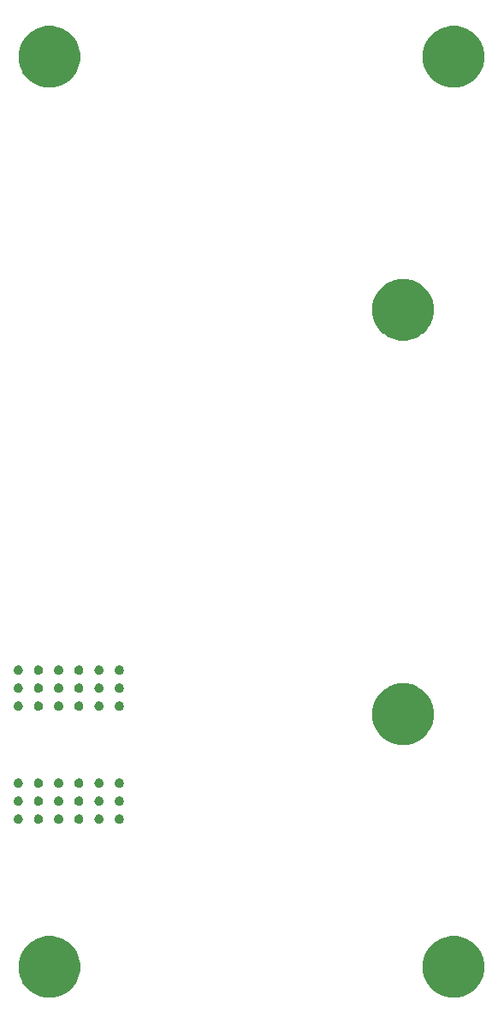
<source format=gbr>
%TF.GenerationSoftware,KiCad,Pcbnew,(5.1.4)-1*%
%TF.CreationDate,2019-12-09T14:58:40+08:00*%
%TF.ProjectId,RF_input,52465f69-6e70-4757-942e-6b696361645f,rev?*%
%TF.SameCoordinates,Original*%
%TF.FileFunction,Soldermask,Bot*%
%TF.FilePolarity,Negative*%
%FSLAX46Y46*%
G04 Gerber Fmt 4.6, Leading zero omitted, Abs format (unit mm)*
G04 Created by KiCad (PCBNEW (5.1.4)-1) date 2019-12-09 14:58:40*
%MOMM*%
%LPD*%
G04 APERTURE LIST*
%ADD10C,0.350000*%
G04 APERTURE END LIST*
D10*
G36*
X145889943Y-142066248D02*
G01*
X146445189Y-142296238D01*
X146617497Y-142411371D01*
X146944899Y-142630134D01*
X147369866Y-143055101D01*
X147369867Y-143055103D01*
X147703762Y-143554811D01*
X147933752Y-144110057D01*
X148051000Y-144699501D01*
X148051000Y-145300499D01*
X147933752Y-145889943D01*
X147703762Y-146445189D01*
X147641872Y-146537814D01*
X147369866Y-146944899D01*
X146944899Y-147369866D01*
X146870736Y-147419420D01*
X146445189Y-147703762D01*
X145889943Y-147933752D01*
X145300499Y-148051000D01*
X144699501Y-148051000D01*
X144110057Y-147933752D01*
X143554811Y-147703762D01*
X143129264Y-147419420D01*
X143055101Y-147369866D01*
X142630134Y-146944899D01*
X142358128Y-146537814D01*
X142296238Y-146445189D01*
X142066248Y-145889943D01*
X141949000Y-145300499D01*
X141949000Y-144699501D01*
X142066248Y-144110057D01*
X142296238Y-143554811D01*
X142630133Y-143055103D01*
X142630134Y-143055101D01*
X143055101Y-142630134D01*
X143382503Y-142411371D01*
X143554811Y-142296238D01*
X144110057Y-142066248D01*
X144699501Y-141949000D01*
X145300499Y-141949000D01*
X145889943Y-142066248D01*
X145889943Y-142066248D01*
G37*
G36*
X105889943Y-142066248D02*
G01*
X106445189Y-142296238D01*
X106617497Y-142411371D01*
X106944899Y-142630134D01*
X107369866Y-143055101D01*
X107369867Y-143055103D01*
X107703762Y-143554811D01*
X107933752Y-144110057D01*
X108051000Y-144699501D01*
X108051000Y-145300499D01*
X107933752Y-145889943D01*
X107703762Y-146445189D01*
X107641872Y-146537814D01*
X107369866Y-146944899D01*
X106944899Y-147369866D01*
X106870736Y-147419420D01*
X106445189Y-147703762D01*
X105889943Y-147933752D01*
X105300499Y-148051000D01*
X104699501Y-148051000D01*
X104110057Y-147933752D01*
X103554811Y-147703762D01*
X103129264Y-147419420D01*
X103055101Y-147369866D01*
X102630134Y-146944899D01*
X102358128Y-146537814D01*
X102296238Y-146445189D01*
X102066248Y-145889943D01*
X101949000Y-145300499D01*
X101949000Y-144699501D01*
X102066248Y-144110057D01*
X102296238Y-143554811D01*
X102630133Y-143055103D01*
X102630134Y-143055101D01*
X103055101Y-142630134D01*
X103382503Y-142411371D01*
X103554811Y-142296238D01*
X104110057Y-142066248D01*
X104699501Y-141949000D01*
X105300499Y-141949000D01*
X105889943Y-142066248D01*
X105889943Y-142066248D01*
G37*
G36*
X106051552Y-129932331D02*
G01*
X106133627Y-129966328D01*
X106133629Y-129966329D01*
X106170813Y-129991175D01*
X106207495Y-130015685D01*
X106270315Y-130078505D01*
X106319672Y-130152373D01*
X106353669Y-130234448D01*
X106371000Y-130321579D01*
X106371000Y-130410421D01*
X106353669Y-130497552D01*
X106319672Y-130579627D01*
X106319671Y-130579629D01*
X106270314Y-130653496D01*
X106207496Y-130716314D01*
X106133629Y-130765671D01*
X106133628Y-130765672D01*
X106133627Y-130765672D01*
X106051552Y-130799669D01*
X105964421Y-130817000D01*
X105875579Y-130817000D01*
X105788448Y-130799669D01*
X105706373Y-130765672D01*
X105706372Y-130765672D01*
X105706371Y-130765671D01*
X105632504Y-130716314D01*
X105569686Y-130653496D01*
X105520329Y-130579629D01*
X105520328Y-130579627D01*
X105486331Y-130497552D01*
X105469000Y-130410421D01*
X105469000Y-130321579D01*
X105486331Y-130234448D01*
X105520328Y-130152373D01*
X105569685Y-130078505D01*
X105632505Y-130015685D01*
X105669187Y-129991175D01*
X105706371Y-129966329D01*
X105706373Y-129966328D01*
X105788448Y-129932331D01*
X105875579Y-129915000D01*
X105964421Y-129915000D01*
X106051552Y-129932331D01*
X106051552Y-129932331D01*
G37*
G36*
X102051552Y-129932331D02*
G01*
X102133627Y-129966328D01*
X102133629Y-129966329D01*
X102170813Y-129991175D01*
X102207495Y-130015685D01*
X102270315Y-130078505D01*
X102319672Y-130152373D01*
X102353669Y-130234448D01*
X102371000Y-130321579D01*
X102371000Y-130410421D01*
X102353669Y-130497552D01*
X102319672Y-130579627D01*
X102319671Y-130579629D01*
X102270314Y-130653496D01*
X102207496Y-130716314D01*
X102133629Y-130765671D01*
X102133628Y-130765672D01*
X102133627Y-130765672D01*
X102051552Y-130799669D01*
X101964421Y-130817000D01*
X101875579Y-130817000D01*
X101788448Y-130799669D01*
X101706373Y-130765672D01*
X101706372Y-130765672D01*
X101706371Y-130765671D01*
X101632504Y-130716314D01*
X101569686Y-130653496D01*
X101520329Y-130579629D01*
X101520328Y-130579627D01*
X101486331Y-130497552D01*
X101469000Y-130410421D01*
X101469000Y-130321579D01*
X101486331Y-130234448D01*
X101520328Y-130152373D01*
X101569685Y-130078505D01*
X101632505Y-130015685D01*
X101669187Y-129991175D01*
X101706371Y-129966329D01*
X101706373Y-129966328D01*
X101788448Y-129932331D01*
X101875579Y-129915000D01*
X101964421Y-129915000D01*
X102051552Y-129932331D01*
X102051552Y-129932331D01*
G37*
G36*
X112051552Y-129932331D02*
G01*
X112133627Y-129966328D01*
X112133629Y-129966329D01*
X112170813Y-129991175D01*
X112207495Y-130015685D01*
X112270315Y-130078505D01*
X112319672Y-130152373D01*
X112353669Y-130234448D01*
X112371000Y-130321579D01*
X112371000Y-130410421D01*
X112353669Y-130497552D01*
X112319672Y-130579627D01*
X112319671Y-130579629D01*
X112270314Y-130653496D01*
X112207496Y-130716314D01*
X112133629Y-130765671D01*
X112133628Y-130765672D01*
X112133627Y-130765672D01*
X112051552Y-130799669D01*
X111964421Y-130817000D01*
X111875579Y-130817000D01*
X111788448Y-130799669D01*
X111706373Y-130765672D01*
X111706372Y-130765672D01*
X111706371Y-130765671D01*
X111632504Y-130716314D01*
X111569686Y-130653496D01*
X111520329Y-130579629D01*
X111520328Y-130579627D01*
X111486331Y-130497552D01*
X111469000Y-130410421D01*
X111469000Y-130321579D01*
X111486331Y-130234448D01*
X111520328Y-130152373D01*
X111569685Y-130078505D01*
X111632505Y-130015685D01*
X111669187Y-129991175D01*
X111706371Y-129966329D01*
X111706373Y-129966328D01*
X111788448Y-129932331D01*
X111875579Y-129915000D01*
X111964421Y-129915000D01*
X112051552Y-129932331D01*
X112051552Y-129932331D01*
G37*
G36*
X108051552Y-129932331D02*
G01*
X108133627Y-129966328D01*
X108133629Y-129966329D01*
X108170813Y-129991175D01*
X108207495Y-130015685D01*
X108270315Y-130078505D01*
X108319672Y-130152373D01*
X108353669Y-130234448D01*
X108371000Y-130321579D01*
X108371000Y-130410421D01*
X108353669Y-130497552D01*
X108319672Y-130579627D01*
X108319671Y-130579629D01*
X108270314Y-130653496D01*
X108207496Y-130716314D01*
X108133629Y-130765671D01*
X108133628Y-130765672D01*
X108133627Y-130765672D01*
X108051552Y-130799669D01*
X107964421Y-130817000D01*
X107875579Y-130817000D01*
X107788448Y-130799669D01*
X107706373Y-130765672D01*
X107706372Y-130765672D01*
X107706371Y-130765671D01*
X107632504Y-130716314D01*
X107569686Y-130653496D01*
X107520329Y-130579629D01*
X107520328Y-130579627D01*
X107486331Y-130497552D01*
X107469000Y-130410421D01*
X107469000Y-130321579D01*
X107486331Y-130234448D01*
X107520328Y-130152373D01*
X107569685Y-130078505D01*
X107632505Y-130015685D01*
X107669187Y-129991175D01*
X107706371Y-129966329D01*
X107706373Y-129966328D01*
X107788448Y-129932331D01*
X107875579Y-129915000D01*
X107964421Y-129915000D01*
X108051552Y-129932331D01*
X108051552Y-129932331D01*
G37*
G36*
X104051552Y-129932331D02*
G01*
X104133627Y-129966328D01*
X104133629Y-129966329D01*
X104170813Y-129991175D01*
X104207495Y-130015685D01*
X104270315Y-130078505D01*
X104319672Y-130152373D01*
X104353669Y-130234448D01*
X104371000Y-130321579D01*
X104371000Y-130410421D01*
X104353669Y-130497552D01*
X104319672Y-130579627D01*
X104319671Y-130579629D01*
X104270314Y-130653496D01*
X104207496Y-130716314D01*
X104133629Y-130765671D01*
X104133628Y-130765672D01*
X104133627Y-130765672D01*
X104051552Y-130799669D01*
X103964421Y-130817000D01*
X103875579Y-130817000D01*
X103788448Y-130799669D01*
X103706373Y-130765672D01*
X103706372Y-130765672D01*
X103706371Y-130765671D01*
X103632504Y-130716314D01*
X103569686Y-130653496D01*
X103520329Y-130579629D01*
X103520328Y-130579627D01*
X103486331Y-130497552D01*
X103469000Y-130410421D01*
X103469000Y-130321579D01*
X103486331Y-130234448D01*
X103520328Y-130152373D01*
X103569685Y-130078505D01*
X103632505Y-130015685D01*
X103669187Y-129991175D01*
X103706371Y-129966329D01*
X103706373Y-129966328D01*
X103788448Y-129932331D01*
X103875579Y-129915000D01*
X103964421Y-129915000D01*
X104051552Y-129932331D01*
X104051552Y-129932331D01*
G37*
G36*
X110051552Y-129932331D02*
G01*
X110133627Y-129966328D01*
X110133629Y-129966329D01*
X110170813Y-129991175D01*
X110207495Y-130015685D01*
X110270315Y-130078505D01*
X110319672Y-130152373D01*
X110353669Y-130234448D01*
X110371000Y-130321579D01*
X110371000Y-130410421D01*
X110353669Y-130497552D01*
X110319672Y-130579627D01*
X110319671Y-130579629D01*
X110270314Y-130653496D01*
X110207496Y-130716314D01*
X110133629Y-130765671D01*
X110133628Y-130765672D01*
X110133627Y-130765672D01*
X110051552Y-130799669D01*
X109964421Y-130817000D01*
X109875579Y-130817000D01*
X109788448Y-130799669D01*
X109706373Y-130765672D01*
X109706372Y-130765672D01*
X109706371Y-130765671D01*
X109632504Y-130716314D01*
X109569686Y-130653496D01*
X109520329Y-130579629D01*
X109520328Y-130579627D01*
X109486331Y-130497552D01*
X109469000Y-130410421D01*
X109469000Y-130321579D01*
X109486331Y-130234448D01*
X109520328Y-130152373D01*
X109569685Y-130078505D01*
X109632505Y-130015685D01*
X109669187Y-129991175D01*
X109706371Y-129966329D01*
X109706373Y-129966328D01*
X109788448Y-129932331D01*
X109875579Y-129915000D01*
X109964421Y-129915000D01*
X110051552Y-129932331D01*
X110051552Y-129932331D01*
G37*
G36*
X104051552Y-128154331D02*
G01*
X104133627Y-128188328D01*
X104133629Y-128188329D01*
X104170813Y-128213175D01*
X104207495Y-128237685D01*
X104270315Y-128300505D01*
X104319672Y-128374373D01*
X104353669Y-128456448D01*
X104371000Y-128543579D01*
X104371000Y-128632421D01*
X104353669Y-128719552D01*
X104319672Y-128801627D01*
X104319671Y-128801629D01*
X104270314Y-128875496D01*
X104207496Y-128938314D01*
X104133629Y-128987671D01*
X104133628Y-128987672D01*
X104133627Y-128987672D01*
X104051552Y-129021669D01*
X103964421Y-129039000D01*
X103875579Y-129039000D01*
X103788448Y-129021669D01*
X103706373Y-128987672D01*
X103706372Y-128987672D01*
X103706371Y-128987671D01*
X103632504Y-128938314D01*
X103569686Y-128875496D01*
X103520329Y-128801629D01*
X103520328Y-128801627D01*
X103486331Y-128719552D01*
X103469000Y-128632421D01*
X103469000Y-128543579D01*
X103486331Y-128456448D01*
X103520328Y-128374373D01*
X103569685Y-128300505D01*
X103632505Y-128237685D01*
X103669187Y-128213175D01*
X103706371Y-128188329D01*
X103706373Y-128188328D01*
X103788448Y-128154331D01*
X103875579Y-128137000D01*
X103964421Y-128137000D01*
X104051552Y-128154331D01*
X104051552Y-128154331D01*
G37*
G36*
X102051552Y-128154331D02*
G01*
X102133627Y-128188328D01*
X102133629Y-128188329D01*
X102170813Y-128213175D01*
X102207495Y-128237685D01*
X102270315Y-128300505D01*
X102319672Y-128374373D01*
X102353669Y-128456448D01*
X102371000Y-128543579D01*
X102371000Y-128632421D01*
X102353669Y-128719552D01*
X102319672Y-128801627D01*
X102319671Y-128801629D01*
X102270314Y-128875496D01*
X102207496Y-128938314D01*
X102133629Y-128987671D01*
X102133628Y-128987672D01*
X102133627Y-128987672D01*
X102051552Y-129021669D01*
X101964421Y-129039000D01*
X101875579Y-129039000D01*
X101788448Y-129021669D01*
X101706373Y-128987672D01*
X101706372Y-128987672D01*
X101706371Y-128987671D01*
X101632504Y-128938314D01*
X101569686Y-128875496D01*
X101520329Y-128801629D01*
X101520328Y-128801627D01*
X101486331Y-128719552D01*
X101469000Y-128632421D01*
X101469000Y-128543579D01*
X101486331Y-128456448D01*
X101520328Y-128374373D01*
X101569685Y-128300505D01*
X101632505Y-128237685D01*
X101669187Y-128213175D01*
X101706371Y-128188329D01*
X101706373Y-128188328D01*
X101788448Y-128154331D01*
X101875579Y-128137000D01*
X101964421Y-128137000D01*
X102051552Y-128154331D01*
X102051552Y-128154331D01*
G37*
G36*
X106051552Y-128154331D02*
G01*
X106133627Y-128188328D01*
X106133629Y-128188329D01*
X106170813Y-128213175D01*
X106207495Y-128237685D01*
X106270315Y-128300505D01*
X106319672Y-128374373D01*
X106353669Y-128456448D01*
X106371000Y-128543579D01*
X106371000Y-128632421D01*
X106353669Y-128719552D01*
X106319672Y-128801627D01*
X106319671Y-128801629D01*
X106270314Y-128875496D01*
X106207496Y-128938314D01*
X106133629Y-128987671D01*
X106133628Y-128987672D01*
X106133627Y-128987672D01*
X106051552Y-129021669D01*
X105964421Y-129039000D01*
X105875579Y-129039000D01*
X105788448Y-129021669D01*
X105706373Y-128987672D01*
X105706372Y-128987672D01*
X105706371Y-128987671D01*
X105632504Y-128938314D01*
X105569686Y-128875496D01*
X105520329Y-128801629D01*
X105520328Y-128801627D01*
X105486331Y-128719552D01*
X105469000Y-128632421D01*
X105469000Y-128543579D01*
X105486331Y-128456448D01*
X105520328Y-128374373D01*
X105569685Y-128300505D01*
X105632505Y-128237685D01*
X105669187Y-128213175D01*
X105706371Y-128188329D01*
X105706373Y-128188328D01*
X105788448Y-128154331D01*
X105875579Y-128137000D01*
X105964421Y-128137000D01*
X106051552Y-128154331D01*
X106051552Y-128154331D01*
G37*
G36*
X108051552Y-128154331D02*
G01*
X108133627Y-128188328D01*
X108133629Y-128188329D01*
X108170813Y-128213175D01*
X108207495Y-128237685D01*
X108270315Y-128300505D01*
X108319672Y-128374373D01*
X108353669Y-128456448D01*
X108371000Y-128543579D01*
X108371000Y-128632421D01*
X108353669Y-128719552D01*
X108319672Y-128801627D01*
X108319671Y-128801629D01*
X108270314Y-128875496D01*
X108207496Y-128938314D01*
X108133629Y-128987671D01*
X108133628Y-128987672D01*
X108133627Y-128987672D01*
X108051552Y-129021669D01*
X107964421Y-129039000D01*
X107875579Y-129039000D01*
X107788448Y-129021669D01*
X107706373Y-128987672D01*
X107706372Y-128987672D01*
X107706371Y-128987671D01*
X107632504Y-128938314D01*
X107569686Y-128875496D01*
X107520329Y-128801629D01*
X107520328Y-128801627D01*
X107486331Y-128719552D01*
X107469000Y-128632421D01*
X107469000Y-128543579D01*
X107486331Y-128456448D01*
X107520328Y-128374373D01*
X107569685Y-128300505D01*
X107632505Y-128237685D01*
X107669187Y-128213175D01*
X107706371Y-128188329D01*
X107706373Y-128188328D01*
X107788448Y-128154331D01*
X107875579Y-128137000D01*
X107964421Y-128137000D01*
X108051552Y-128154331D01*
X108051552Y-128154331D01*
G37*
G36*
X110051552Y-128154331D02*
G01*
X110133627Y-128188328D01*
X110133629Y-128188329D01*
X110170813Y-128213175D01*
X110207495Y-128237685D01*
X110270315Y-128300505D01*
X110319672Y-128374373D01*
X110353669Y-128456448D01*
X110371000Y-128543579D01*
X110371000Y-128632421D01*
X110353669Y-128719552D01*
X110319672Y-128801627D01*
X110319671Y-128801629D01*
X110270314Y-128875496D01*
X110207496Y-128938314D01*
X110133629Y-128987671D01*
X110133628Y-128987672D01*
X110133627Y-128987672D01*
X110051552Y-129021669D01*
X109964421Y-129039000D01*
X109875579Y-129039000D01*
X109788448Y-129021669D01*
X109706373Y-128987672D01*
X109706372Y-128987672D01*
X109706371Y-128987671D01*
X109632504Y-128938314D01*
X109569686Y-128875496D01*
X109520329Y-128801629D01*
X109520328Y-128801627D01*
X109486331Y-128719552D01*
X109469000Y-128632421D01*
X109469000Y-128543579D01*
X109486331Y-128456448D01*
X109520328Y-128374373D01*
X109569685Y-128300505D01*
X109632505Y-128237685D01*
X109669187Y-128213175D01*
X109706371Y-128188329D01*
X109706373Y-128188328D01*
X109788448Y-128154331D01*
X109875579Y-128137000D01*
X109964421Y-128137000D01*
X110051552Y-128154331D01*
X110051552Y-128154331D01*
G37*
G36*
X112051552Y-128154331D02*
G01*
X112133627Y-128188328D01*
X112133629Y-128188329D01*
X112170813Y-128213175D01*
X112207495Y-128237685D01*
X112270315Y-128300505D01*
X112319672Y-128374373D01*
X112353669Y-128456448D01*
X112371000Y-128543579D01*
X112371000Y-128632421D01*
X112353669Y-128719552D01*
X112319672Y-128801627D01*
X112319671Y-128801629D01*
X112270314Y-128875496D01*
X112207496Y-128938314D01*
X112133629Y-128987671D01*
X112133628Y-128987672D01*
X112133627Y-128987672D01*
X112051552Y-129021669D01*
X111964421Y-129039000D01*
X111875579Y-129039000D01*
X111788448Y-129021669D01*
X111706373Y-128987672D01*
X111706372Y-128987672D01*
X111706371Y-128987671D01*
X111632504Y-128938314D01*
X111569686Y-128875496D01*
X111520329Y-128801629D01*
X111520328Y-128801627D01*
X111486331Y-128719552D01*
X111469000Y-128632421D01*
X111469000Y-128543579D01*
X111486331Y-128456448D01*
X111520328Y-128374373D01*
X111569685Y-128300505D01*
X111632505Y-128237685D01*
X111669187Y-128213175D01*
X111706371Y-128188329D01*
X111706373Y-128188328D01*
X111788448Y-128154331D01*
X111875579Y-128137000D01*
X111964421Y-128137000D01*
X112051552Y-128154331D01*
X112051552Y-128154331D01*
G37*
G36*
X102051552Y-126376331D02*
G01*
X102133627Y-126410328D01*
X102133629Y-126410329D01*
X102170813Y-126435175D01*
X102207495Y-126459685D01*
X102270315Y-126522505D01*
X102319672Y-126596373D01*
X102353669Y-126678448D01*
X102371000Y-126765579D01*
X102371000Y-126854421D01*
X102353669Y-126941552D01*
X102319672Y-127023627D01*
X102319671Y-127023629D01*
X102270314Y-127097496D01*
X102207496Y-127160314D01*
X102133629Y-127209671D01*
X102133628Y-127209672D01*
X102133627Y-127209672D01*
X102051552Y-127243669D01*
X101964421Y-127261000D01*
X101875579Y-127261000D01*
X101788448Y-127243669D01*
X101706373Y-127209672D01*
X101706372Y-127209672D01*
X101706371Y-127209671D01*
X101632504Y-127160314D01*
X101569686Y-127097496D01*
X101520329Y-127023629D01*
X101520328Y-127023627D01*
X101486331Y-126941552D01*
X101469000Y-126854421D01*
X101469000Y-126765579D01*
X101486331Y-126678448D01*
X101520328Y-126596373D01*
X101569685Y-126522505D01*
X101632505Y-126459685D01*
X101669187Y-126435175D01*
X101706371Y-126410329D01*
X101706373Y-126410328D01*
X101788448Y-126376331D01*
X101875579Y-126359000D01*
X101964421Y-126359000D01*
X102051552Y-126376331D01*
X102051552Y-126376331D01*
G37*
G36*
X104051552Y-126376331D02*
G01*
X104133627Y-126410328D01*
X104133629Y-126410329D01*
X104170813Y-126435175D01*
X104207495Y-126459685D01*
X104270315Y-126522505D01*
X104319672Y-126596373D01*
X104353669Y-126678448D01*
X104371000Y-126765579D01*
X104371000Y-126854421D01*
X104353669Y-126941552D01*
X104319672Y-127023627D01*
X104319671Y-127023629D01*
X104270314Y-127097496D01*
X104207496Y-127160314D01*
X104133629Y-127209671D01*
X104133628Y-127209672D01*
X104133627Y-127209672D01*
X104051552Y-127243669D01*
X103964421Y-127261000D01*
X103875579Y-127261000D01*
X103788448Y-127243669D01*
X103706373Y-127209672D01*
X103706372Y-127209672D01*
X103706371Y-127209671D01*
X103632504Y-127160314D01*
X103569686Y-127097496D01*
X103520329Y-127023629D01*
X103520328Y-127023627D01*
X103486331Y-126941552D01*
X103469000Y-126854421D01*
X103469000Y-126765579D01*
X103486331Y-126678448D01*
X103520328Y-126596373D01*
X103569685Y-126522505D01*
X103632505Y-126459685D01*
X103669187Y-126435175D01*
X103706371Y-126410329D01*
X103706373Y-126410328D01*
X103788448Y-126376331D01*
X103875579Y-126359000D01*
X103964421Y-126359000D01*
X104051552Y-126376331D01*
X104051552Y-126376331D01*
G37*
G36*
X110051552Y-126376331D02*
G01*
X110133627Y-126410328D01*
X110133629Y-126410329D01*
X110170813Y-126435175D01*
X110207495Y-126459685D01*
X110270315Y-126522505D01*
X110319672Y-126596373D01*
X110353669Y-126678448D01*
X110371000Y-126765579D01*
X110371000Y-126854421D01*
X110353669Y-126941552D01*
X110319672Y-127023627D01*
X110319671Y-127023629D01*
X110270314Y-127097496D01*
X110207496Y-127160314D01*
X110133629Y-127209671D01*
X110133628Y-127209672D01*
X110133627Y-127209672D01*
X110051552Y-127243669D01*
X109964421Y-127261000D01*
X109875579Y-127261000D01*
X109788448Y-127243669D01*
X109706373Y-127209672D01*
X109706372Y-127209672D01*
X109706371Y-127209671D01*
X109632504Y-127160314D01*
X109569686Y-127097496D01*
X109520329Y-127023629D01*
X109520328Y-127023627D01*
X109486331Y-126941552D01*
X109469000Y-126854421D01*
X109469000Y-126765579D01*
X109486331Y-126678448D01*
X109520328Y-126596373D01*
X109569685Y-126522505D01*
X109632505Y-126459685D01*
X109669187Y-126435175D01*
X109706371Y-126410329D01*
X109706373Y-126410328D01*
X109788448Y-126376331D01*
X109875579Y-126359000D01*
X109964421Y-126359000D01*
X110051552Y-126376331D01*
X110051552Y-126376331D01*
G37*
G36*
X108051552Y-126376331D02*
G01*
X108133627Y-126410328D01*
X108133629Y-126410329D01*
X108170813Y-126435175D01*
X108207495Y-126459685D01*
X108270315Y-126522505D01*
X108319672Y-126596373D01*
X108353669Y-126678448D01*
X108371000Y-126765579D01*
X108371000Y-126854421D01*
X108353669Y-126941552D01*
X108319672Y-127023627D01*
X108319671Y-127023629D01*
X108270314Y-127097496D01*
X108207496Y-127160314D01*
X108133629Y-127209671D01*
X108133628Y-127209672D01*
X108133627Y-127209672D01*
X108051552Y-127243669D01*
X107964421Y-127261000D01*
X107875579Y-127261000D01*
X107788448Y-127243669D01*
X107706373Y-127209672D01*
X107706372Y-127209672D01*
X107706371Y-127209671D01*
X107632504Y-127160314D01*
X107569686Y-127097496D01*
X107520329Y-127023629D01*
X107520328Y-127023627D01*
X107486331Y-126941552D01*
X107469000Y-126854421D01*
X107469000Y-126765579D01*
X107486331Y-126678448D01*
X107520328Y-126596373D01*
X107569685Y-126522505D01*
X107632505Y-126459685D01*
X107669187Y-126435175D01*
X107706371Y-126410329D01*
X107706373Y-126410328D01*
X107788448Y-126376331D01*
X107875579Y-126359000D01*
X107964421Y-126359000D01*
X108051552Y-126376331D01*
X108051552Y-126376331D01*
G37*
G36*
X112051552Y-126376331D02*
G01*
X112133627Y-126410328D01*
X112133629Y-126410329D01*
X112170813Y-126435175D01*
X112207495Y-126459685D01*
X112270315Y-126522505D01*
X112319672Y-126596373D01*
X112353669Y-126678448D01*
X112371000Y-126765579D01*
X112371000Y-126854421D01*
X112353669Y-126941552D01*
X112319672Y-127023627D01*
X112319671Y-127023629D01*
X112270314Y-127097496D01*
X112207496Y-127160314D01*
X112133629Y-127209671D01*
X112133628Y-127209672D01*
X112133627Y-127209672D01*
X112051552Y-127243669D01*
X111964421Y-127261000D01*
X111875579Y-127261000D01*
X111788448Y-127243669D01*
X111706373Y-127209672D01*
X111706372Y-127209672D01*
X111706371Y-127209671D01*
X111632504Y-127160314D01*
X111569686Y-127097496D01*
X111520329Y-127023629D01*
X111520328Y-127023627D01*
X111486331Y-126941552D01*
X111469000Y-126854421D01*
X111469000Y-126765579D01*
X111486331Y-126678448D01*
X111520328Y-126596373D01*
X111569685Y-126522505D01*
X111632505Y-126459685D01*
X111669187Y-126435175D01*
X111706371Y-126410329D01*
X111706373Y-126410328D01*
X111788448Y-126376331D01*
X111875579Y-126359000D01*
X111964421Y-126359000D01*
X112051552Y-126376331D01*
X112051552Y-126376331D01*
G37*
G36*
X106051552Y-126376331D02*
G01*
X106133627Y-126410328D01*
X106133629Y-126410329D01*
X106170813Y-126435175D01*
X106207495Y-126459685D01*
X106270315Y-126522505D01*
X106319672Y-126596373D01*
X106353669Y-126678448D01*
X106371000Y-126765579D01*
X106371000Y-126854421D01*
X106353669Y-126941552D01*
X106319672Y-127023627D01*
X106319671Y-127023629D01*
X106270314Y-127097496D01*
X106207496Y-127160314D01*
X106133629Y-127209671D01*
X106133628Y-127209672D01*
X106133627Y-127209672D01*
X106051552Y-127243669D01*
X105964421Y-127261000D01*
X105875579Y-127261000D01*
X105788448Y-127243669D01*
X105706373Y-127209672D01*
X105706372Y-127209672D01*
X105706371Y-127209671D01*
X105632504Y-127160314D01*
X105569686Y-127097496D01*
X105520329Y-127023629D01*
X105520328Y-127023627D01*
X105486331Y-126941552D01*
X105469000Y-126854421D01*
X105469000Y-126765579D01*
X105486331Y-126678448D01*
X105520328Y-126596373D01*
X105569685Y-126522505D01*
X105632505Y-126459685D01*
X105669187Y-126435175D01*
X105706371Y-126410329D01*
X105706373Y-126410328D01*
X105788448Y-126376331D01*
X105875579Y-126359000D01*
X105964421Y-126359000D01*
X106051552Y-126376331D01*
X106051552Y-126376331D01*
G37*
G36*
X140889943Y-117066248D02*
G01*
X141445189Y-117296238D01*
X141617497Y-117411371D01*
X141944899Y-117630134D01*
X142369866Y-118055101D01*
X142369867Y-118055103D01*
X142703762Y-118554811D01*
X142933752Y-119110057D01*
X143051000Y-119699501D01*
X143051000Y-120300499D01*
X142933752Y-120889943D01*
X142703762Y-121445189D01*
X142641872Y-121537814D01*
X142369866Y-121944899D01*
X141944899Y-122369866D01*
X141870736Y-122419420D01*
X141445189Y-122703762D01*
X140889943Y-122933752D01*
X140300499Y-123051000D01*
X139699501Y-123051000D01*
X139110057Y-122933752D01*
X138554811Y-122703762D01*
X138129264Y-122419420D01*
X138055101Y-122369866D01*
X137630134Y-121944899D01*
X137358128Y-121537814D01*
X137296238Y-121445189D01*
X137066248Y-120889943D01*
X136949000Y-120300499D01*
X136949000Y-119699501D01*
X137066248Y-119110057D01*
X137296238Y-118554811D01*
X137630133Y-118055103D01*
X137630134Y-118055101D01*
X138055101Y-117630134D01*
X138382503Y-117411371D01*
X138554811Y-117296238D01*
X139110057Y-117066248D01*
X139699501Y-116949000D01*
X140300499Y-116949000D01*
X140889943Y-117066248D01*
X140889943Y-117066248D01*
G37*
G36*
X112051552Y-118756331D02*
G01*
X112133627Y-118790328D01*
X112133629Y-118790329D01*
X112170813Y-118815175D01*
X112207495Y-118839685D01*
X112270315Y-118902505D01*
X112319672Y-118976373D01*
X112353669Y-119058448D01*
X112371000Y-119145579D01*
X112371000Y-119234421D01*
X112353669Y-119321552D01*
X112319672Y-119403627D01*
X112319671Y-119403629D01*
X112270314Y-119477496D01*
X112207496Y-119540314D01*
X112133629Y-119589671D01*
X112133628Y-119589672D01*
X112133627Y-119589672D01*
X112051552Y-119623669D01*
X111964421Y-119641000D01*
X111875579Y-119641000D01*
X111788448Y-119623669D01*
X111706373Y-119589672D01*
X111706372Y-119589672D01*
X111706371Y-119589671D01*
X111632504Y-119540314D01*
X111569686Y-119477496D01*
X111520329Y-119403629D01*
X111520328Y-119403627D01*
X111486331Y-119321552D01*
X111469000Y-119234421D01*
X111469000Y-119145579D01*
X111486331Y-119058448D01*
X111520328Y-118976373D01*
X111569685Y-118902505D01*
X111632505Y-118839685D01*
X111669187Y-118815175D01*
X111706371Y-118790329D01*
X111706373Y-118790328D01*
X111788448Y-118756331D01*
X111875579Y-118739000D01*
X111964421Y-118739000D01*
X112051552Y-118756331D01*
X112051552Y-118756331D01*
G37*
G36*
X102051552Y-118756331D02*
G01*
X102133627Y-118790328D01*
X102133629Y-118790329D01*
X102170813Y-118815175D01*
X102207495Y-118839685D01*
X102270315Y-118902505D01*
X102319672Y-118976373D01*
X102353669Y-119058448D01*
X102371000Y-119145579D01*
X102371000Y-119234421D01*
X102353669Y-119321552D01*
X102319672Y-119403627D01*
X102319671Y-119403629D01*
X102270314Y-119477496D01*
X102207496Y-119540314D01*
X102133629Y-119589671D01*
X102133628Y-119589672D01*
X102133627Y-119589672D01*
X102051552Y-119623669D01*
X101964421Y-119641000D01*
X101875579Y-119641000D01*
X101788448Y-119623669D01*
X101706373Y-119589672D01*
X101706372Y-119589672D01*
X101706371Y-119589671D01*
X101632504Y-119540314D01*
X101569686Y-119477496D01*
X101520329Y-119403629D01*
X101520328Y-119403627D01*
X101486331Y-119321552D01*
X101469000Y-119234421D01*
X101469000Y-119145579D01*
X101486331Y-119058448D01*
X101520328Y-118976373D01*
X101569685Y-118902505D01*
X101632505Y-118839685D01*
X101669187Y-118815175D01*
X101706371Y-118790329D01*
X101706373Y-118790328D01*
X101788448Y-118756331D01*
X101875579Y-118739000D01*
X101964421Y-118739000D01*
X102051552Y-118756331D01*
X102051552Y-118756331D01*
G37*
G36*
X108051552Y-118756331D02*
G01*
X108133627Y-118790328D01*
X108133629Y-118790329D01*
X108170813Y-118815175D01*
X108207495Y-118839685D01*
X108270315Y-118902505D01*
X108319672Y-118976373D01*
X108353669Y-119058448D01*
X108371000Y-119145579D01*
X108371000Y-119234421D01*
X108353669Y-119321552D01*
X108319672Y-119403627D01*
X108319671Y-119403629D01*
X108270314Y-119477496D01*
X108207496Y-119540314D01*
X108133629Y-119589671D01*
X108133628Y-119589672D01*
X108133627Y-119589672D01*
X108051552Y-119623669D01*
X107964421Y-119641000D01*
X107875579Y-119641000D01*
X107788448Y-119623669D01*
X107706373Y-119589672D01*
X107706372Y-119589672D01*
X107706371Y-119589671D01*
X107632504Y-119540314D01*
X107569686Y-119477496D01*
X107520329Y-119403629D01*
X107520328Y-119403627D01*
X107486331Y-119321552D01*
X107469000Y-119234421D01*
X107469000Y-119145579D01*
X107486331Y-119058448D01*
X107520328Y-118976373D01*
X107569685Y-118902505D01*
X107632505Y-118839685D01*
X107669187Y-118815175D01*
X107706371Y-118790329D01*
X107706373Y-118790328D01*
X107788448Y-118756331D01*
X107875579Y-118739000D01*
X107964421Y-118739000D01*
X108051552Y-118756331D01*
X108051552Y-118756331D01*
G37*
G36*
X106051552Y-118756331D02*
G01*
X106133627Y-118790328D01*
X106133629Y-118790329D01*
X106170813Y-118815175D01*
X106207495Y-118839685D01*
X106270315Y-118902505D01*
X106319672Y-118976373D01*
X106353669Y-119058448D01*
X106371000Y-119145579D01*
X106371000Y-119234421D01*
X106353669Y-119321552D01*
X106319672Y-119403627D01*
X106319671Y-119403629D01*
X106270314Y-119477496D01*
X106207496Y-119540314D01*
X106133629Y-119589671D01*
X106133628Y-119589672D01*
X106133627Y-119589672D01*
X106051552Y-119623669D01*
X105964421Y-119641000D01*
X105875579Y-119641000D01*
X105788448Y-119623669D01*
X105706373Y-119589672D01*
X105706372Y-119589672D01*
X105706371Y-119589671D01*
X105632504Y-119540314D01*
X105569686Y-119477496D01*
X105520329Y-119403629D01*
X105520328Y-119403627D01*
X105486331Y-119321552D01*
X105469000Y-119234421D01*
X105469000Y-119145579D01*
X105486331Y-119058448D01*
X105520328Y-118976373D01*
X105569685Y-118902505D01*
X105632505Y-118839685D01*
X105669187Y-118815175D01*
X105706371Y-118790329D01*
X105706373Y-118790328D01*
X105788448Y-118756331D01*
X105875579Y-118739000D01*
X105964421Y-118739000D01*
X106051552Y-118756331D01*
X106051552Y-118756331D01*
G37*
G36*
X110051552Y-118756331D02*
G01*
X110133627Y-118790328D01*
X110133629Y-118790329D01*
X110170813Y-118815175D01*
X110207495Y-118839685D01*
X110270315Y-118902505D01*
X110319672Y-118976373D01*
X110353669Y-119058448D01*
X110371000Y-119145579D01*
X110371000Y-119234421D01*
X110353669Y-119321552D01*
X110319672Y-119403627D01*
X110319671Y-119403629D01*
X110270314Y-119477496D01*
X110207496Y-119540314D01*
X110133629Y-119589671D01*
X110133628Y-119589672D01*
X110133627Y-119589672D01*
X110051552Y-119623669D01*
X109964421Y-119641000D01*
X109875579Y-119641000D01*
X109788448Y-119623669D01*
X109706373Y-119589672D01*
X109706372Y-119589672D01*
X109706371Y-119589671D01*
X109632504Y-119540314D01*
X109569686Y-119477496D01*
X109520329Y-119403629D01*
X109520328Y-119403627D01*
X109486331Y-119321552D01*
X109469000Y-119234421D01*
X109469000Y-119145579D01*
X109486331Y-119058448D01*
X109520328Y-118976373D01*
X109569685Y-118902505D01*
X109632505Y-118839685D01*
X109669187Y-118815175D01*
X109706371Y-118790329D01*
X109706373Y-118790328D01*
X109788448Y-118756331D01*
X109875579Y-118739000D01*
X109964421Y-118739000D01*
X110051552Y-118756331D01*
X110051552Y-118756331D01*
G37*
G36*
X104051552Y-118756331D02*
G01*
X104133627Y-118790328D01*
X104133629Y-118790329D01*
X104170813Y-118815175D01*
X104207495Y-118839685D01*
X104270315Y-118902505D01*
X104319672Y-118976373D01*
X104353669Y-119058448D01*
X104371000Y-119145579D01*
X104371000Y-119234421D01*
X104353669Y-119321552D01*
X104319672Y-119403627D01*
X104319671Y-119403629D01*
X104270314Y-119477496D01*
X104207496Y-119540314D01*
X104133629Y-119589671D01*
X104133628Y-119589672D01*
X104133627Y-119589672D01*
X104051552Y-119623669D01*
X103964421Y-119641000D01*
X103875579Y-119641000D01*
X103788448Y-119623669D01*
X103706373Y-119589672D01*
X103706372Y-119589672D01*
X103706371Y-119589671D01*
X103632504Y-119540314D01*
X103569686Y-119477496D01*
X103520329Y-119403629D01*
X103520328Y-119403627D01*
X103486331Y-119321552D01*
X103469000Y-119234421D01*
X103469000Y-119145579D01*
X103486331Y-119058448D01*
X103520328Y-118976373D01*
X103569685Y-118902505D01*
X103632505Y-118839685D01*
X103669187Y-118815175D01*
X103706371Y-118790329D01*
X103706373Y-118790328D01*
X103788448Y-118756331D01*
X103875579Y-118739000D01*
X103964421Y-118739000D01*
X104051552Y-118756331D01*
X104051552Y-118756331D01*
G37*
G36*
X104051552Y-116978331D02*
G01*
X104133627Y-117012328D01*
X104133629Y-117012329D01*
X104207496Y-117061686D01*
X104270314Y-117124504D01*
X104314968Y-117191332D01*
X104319672Y-117198373D01*
X104353669Y-117280448D01*
X104371000Y-117367579D01*
X104371000Y-117456421D01*
X104353669Y-117543552D01*
X104338331Y-117580580D01*
X104319671Y-117625629D01*
X104270314Y-117699496D01*
X104207496Y-117762314D01*
X104133629Y-117811671D01*
X104133628Y-117811672D01*
X104133627Y-117811672D01*
X104051552Y-117845669D01*
X103964421Y-117863000D01*
X103875579Y-117863000D01*
X103788448Y-117845669D01*
X103706373Y-117811672D01*
X103706372Y-117811672D01*
X103706371Y-117811671D01*
X103632504Y-117762314D01*
X103569686Y-117699496D01*
X103520329Y-117625629D01*
X103501669Y-117580580D01*
X103486331Y-117543552D01*
X103469000Y-117456421D01*
X103469000Y-117367579D01*
X103486331Y-117280448D01*
X103520328Y-117198373D01*
X103525033Y-117191332D01*
X103569686Y-117124504D01*
X103632504Y-117061686D01*
X103706371Y-117012329D01*
X103706373Y-117012328D01*
X103788448Y-116978331D01*
X103875579Y-116961000D01*
X103964421Y-116961000D01*
X104051552Y-116978331D01*
X104051552Y-116978331D01*
G37*
G36*
X112051552Y-116978331D02*
G01*
X112133627Y-117012328D01*
X112133629Y-117012329D01*
X112207496Y-117061686D01*
X112270314Y-117124504D01*
X112314968Y-117191332D01*
X112319672Y-117198373D01*
X112353669Y-117280448D01*
X112371000Y-117367579D01*
X112371000Y-117456421D01*
X112353669Y-117543552D01*
X112338331Y-117580580D01*
X112319671Y-117625629D01*
X112270314Y-117699496D01*
X112207496Y-117762314D01*
X112133629Y-117811671D01*
X112133628Y-117811672D01*
X112133627Y-117811672D01*
X112051552Y-117845669D01*
X111964421Y-117863000D01*
X111875579Y-117863000D01*
X111788448Y-117845669D01*
X111706373Y-117811672D01*
X111706372Y-117811672D01*
X111706371Y-117811671D01*
X111632504Y-117762314D01*
X111569686Y-117699496D01*
X111520329Y-117625629D01*
X111501669Y-117580580D01*
X111486331Y-117543552D01*
X111469000Y-117456421D01*
X111469000Y-117367579D01*
X111486331Y-117280448D01*
X111520328Y-117198373D01*
X111525033Y-117191332D01*
X111569686Y-117124504D01*
X111632504Y-117061686D01*
X111706371Y-117012329D01*
X111706373Y-117012328D01*
X111788448Y-116978331D01*
X111875579Y-116961000D01*
X111964421Y-116961000D01*
X112051552Y-116978331D01*
X112051552Y-116978331D01*
G37*
G36*
X106051552Y-116978331D02*
G01*
X106133627Y-117012328D01*
X106133629Y-117012329D01*
X106207496Y-117061686D01*
X106270314Y-117124504D01*
X106314968Y-117191332D01*
X106319672Y-117198373D01*
X106353669Y-117280448D01*
X106371000Y-117367579D01*
X106371000Y-117456421D01*
X106353669Y-117543552D01*
X106338331Y-117580580D01*
X106319671Y-117625629D01*
X106270314Y-117699496D01*
X106207496Y-117762314D01*
X106133629Y-117811671D01*
X106133628Y-117811672D01*
X106133627Y-117811672D01*
X106051552Y-117845669D01*
X105964421Y-117863000D01*
X105875579Y-117863000D01*
X105788448Y-117845669D01*
X105706373Y-117811672D01*
X105706372Y-117811672D01*
X105706371Y-117811671D01*
X105632504Y-117762314D01*
X105569686Y-117699496D01*
X105520329Y-117625629D01*
X105501669Y-117580580D01*
X105486331Y-117543552D01*
X105469000Y-117456421D01*
X105469000Y-117367579D01*
X105486331Y-117280448D01*
X105520328Y-117198373D01*
X105525033Y-117191332D01*
X105569686Y-117124504D01*
X105632504Y-117061686D01*
X105706371Y-117012329D01*
X105706373Y-117012328D01*
X105788448Y-116978331D01*
X105875579Y-116961000D01*
X105964421Y-116961000D01*
X106051552Y-116978331D01*
X106051552Y-116978331D01*
G37*
G36*
X110051552Y-116978331D02*
G01*
X110133627Y-117012328D01*
X110133629Y-117012329D01*
X110207496Y-117061686D01*
X110270314Y-117124504D01*
X110314968Y-117191332D01*
X110319672Y-117198373D01*
X110353669Y-117280448D01*
X110371000Y-117367579D01*
X110371000Y-117456421D01*
X110353669Y-117543552D01*
X110338331Y-117580580D01*
X110319671Y-117625629D01*
X110270314Y-117699496D01*
X110207496Y-117762314D01*
X110133629Y-117811671D01*
X110133628Y-117811672D01*
X110133627Y-117811672D01*
X110051552Y-117845669D01*
X109964421Y-117863000D01*
X109875579Y-117863000D01*
X109788448Y-117845669D01*
X109706373Y-117811672D01*
X109706372Y-117811672D01*
X109706371Y-117811671D01*
X109632504Y-117762314D01*
X109569686Y-117699496D01*
X109520329Y-117625629D01*
X109501669Y-117580580D01*
X109486331Y-117543552D01*
X109469000Y-117456421D01*
X109469000Y-117367579D01*
X109486331Y-117280448D01*
X109520328Y-117198373D01*
X109525033Y-117191332D01*
X109569686Y-117124504D01*
X109632504Y-117061686D01*
X109706371Y-117012329D01*
X109706373Y-117012328D01*
X109788448Y-116978331D01*
X109875579Y-116961000D01*
X109964421Y-116961000D01*
X110051552Y-116978331D01*
X110051552Y-116978331D01*
G37*
G36*
X102051552Y-116978331D02*
G01*
X102133627Y-117012328D01*
X102133629Y-117012329D01*
X102207496Y-117061686D01*
X102270314Y-117124504D01*
X102314968Y-117191332D01*
X102319672Y-117198373D01*
X102353669Y-117280448D01*
X102371000Y-117367579D01*
X102371000Y-117456421D01*
X102353669Y-117543552D01*
X102338331Y-117580580D01*
X102319671Y-117625629D01*
X102270314Y-117699496D01*
X102207496Y-117762314D01*
X102133629Y-117811671D01*
X102133628Y-117811672D01*
X102133627Y-117811672D01*
X102051552Y-117845669D01*
X101964421Y-117863000D01*
X101875579Y-117863000D01*
X101788448Y-117845669D01*
X101706373Y-117811672D01*
X101706372Y-117811672D01*
X101706371Y-117811671D01*
X101632504Y-117762314D01*
X101569686Y-117699496D01*
X101520329Y-117625629D01*
X101501669Y-117580580D01*
X101486331Y-117543552D01*
X101469000Y-117456421D01*
X101469000Y-117367579D01*
X101486331Y-117280448D01*
X101520328Y-117198373D01*
X101525033Y-117191332D01*
X101569686Y-117124504D01*
X101632504Y-117061686D01*
X101706371Y-117012329D01*
X101706373Y-117012328D01*
X101788448Y-116978331D01*
X101875579Y-116961000D01*
X101964421Y-116961000D01*
X102051552Y-116978331D01*
X102051552Y-116978331D01*
G37*
G36*
X108051552Y-116978331D02*
G01*
X108133627Y-117012328D01*
X108133629Y-117012329D01*
X108207496Y-117061686D01*
X108270314Y-117124504D01*
X108314968Y-117191332D01*
X108319672Y-117198373D01*
X108353669Y-117280448D01*
X108371000Y-117367579D01*
X108371000Y-117456421D01*
X108353669Y-117543552D01*
X108338331Y-117580580D01*
X108319671Y-117625629D01*
X108270314Y-117699496D01*
X108207496Y-117762314D01*
X108133629Y-117811671D01*
X108133628Y-117811672D01*
X108133627Y-117811672D01*
X108051552Y-117845669D01*
X107964421Y-117863000D01*
X107875579Y-117863000D01*
X107788448Y-117845669D01*
X107706373Y-117811672D01*
X107706372Y-117811672D01*
X107706371Y-117811671D01*
X107632504Y-117762314D01*
X107569686Y-117699496D01*
X107520329Y-117625629D01*
X107501669Y-117580580D01*
X107486331Y-117543552D01*
X107469000Y-117456421D01*
X107469000Y-117367579D01*
X107486331Y-117280448D01*
X107520328Y-117198373D01*
X107525033Y-117191332D01*
X107569686Y-117124504D01*
X107632504Y-117061686D01*
X107706371Y-117012329D01*
X107706373Y-117012328D01*
X107788448Y-116978331D01*
X107875579Y-116961000D01*
X107964421Y-116961000D01*
X108051552Y-116978331D01*
X108051552Y-116978331D01*
G37*
G36*
X112051552Y-115200331D02*
G01*
X112133627Y-115234328D01*
X112133629Y-115234329D01*
X112170813Y-115259175D01*
X112207495Y-115283685D01*
X112270315Y-115346505D01*
X112319672Y-115420373D01*
X112353669Y-115502448D01*
X112371000Y-115589579D01*
X112371000Y-115678421D01*
X112353669Y-115765552D01*
X112319672Y-115847627D01*
X112319671Y-115847629D01*
X112270314Y-115921496D01*
X112207496Y-115984314D01*
X112133629Y-116033671D01*
X112133628Y-116033672D01*
X112133627Y-116033672D01*
X112051552Y-116067669D01*
X111964421Y-116085000D01*
X111875579Y-116085000D01*
X111788448Y-116067669D01*
X111706373Y-116033672D01*
X111706372Y-116033672D01*
X111706371Y-116033671D01*
X111632504Y-115984314D01*
X111569686Y-115921496D01*
X111520329Y-115847629D01*
X111520328Y-115847627D01*
X111486331Y-115765552D01*
X111469000Y-115678421D01*
X111469000Y-115589579D01*
X111486331Y-115502448D01*
X111520328Y-115420373D01*
X111569685Y-115346505D01*
X111632505Y-115283685D01*
X111669187Y-115259175D01*
X111706371Y-115234329D01*
X111706373Y-115234328D01*
X111788448Y-115200331D01*
X111875579Y-115183000D01*
X111964421Y-115183000D01*
X112051552Y-115200331D01*
X112051552Y-115200331D01*
G37*
G36*
X102051552Y-115200331D02*
G01*
X102133627Y-115234328D01*
X102133629Y-115234329D01*
X102170813Y-115259175D01*
X102207495Y-115283685D01*
X102270315Y-115346505D01*
X102319672Y-115420373D01*
X102353669Y-115502448D01*
X102371000Y-115589579D01*
X102371000Y-115678421D01*
X102353669Y-115765552D01*
X102319672Y-115847627D01*
X102319671Y-115847629D01*
X102270314Y-115921496D01*
X102207496Y-115984314D01*
X102133629Y-116033671D01*
X102133628Y-116033672D01*
X102133627Y-116033672D01*
X102051552Y-116067669D01*
X101964421Y-116085000D01*
X101875579Y-116085000D01*
X101788448Y-116067669D01*
X101706373Y-116033672D01*
X101706372Y-116033672D01*
X101706371Y-116033671D01*
X101632504Y-115984314D01*
X101569686Y-115921496D01*
X101520329Y-115847629D01*
X101520328Y-115847627D01*
X101486331Y-115765552D01*
X101469000Y-115678421D01*
X101469000Y-115589579D01*
X101486331Y-115502448D01*
X101520328Y-115420373D01*
X101569685Y-115346505D01*
X101632505Y-115283685D01*
X101669187Y-115259175D01*
X101706371Y-115234329D01*
X101706373Y-115234328D01*
X101788448Y-115200331D01*
X101875579Y-115183000D01*
X101964421Y-115183000D01*
X102051552Y-115200331D01*
X102051552Y-115200331D01*
G37*
G36*
X104051552Y-115200331D02*
G01*
X104133627Y-115234328D01*
X104133629Y-115234329D01*
X104170813Y-115259175D01*
X104207495Y-115283685D01*
X104270315Y-115346505D01*
X104319672Y-115420373D01*
X104353669Y-115502448D01*
X104371000Y-115589579D01*
X104371000Y-115678421D01*
X104353669Y-115765552D01*
X104319672Y-115847627D01*
X104319671Y-115847629D01*
X104270314Y-115921496D01*
X104207496Y-115984314D01*
X104133629Y-116033671D01*
X104133628Y-116033672D01*
X104133627Y-116033672D01*
X104051552Y-116067669D01*
X103964421Y-116085000D01*
X103875579Y-116085000D01*
X103788448Y-116067669D01*
X103706373Y-116033672D01*
X103706372Y-116033672D01*
X103706371Y-116033671D01*
X103632504Y-115984314D01*
X103569686Y-115921496D01*
X103520329Y-115847629D01*
X103520328Y-115847627D01*
X103486331Y-115765552D01*
X103469000Y-115678421D01*
X103469000Y-115589579D01*
X103486331Y-115502448D01*
X103520328Y-115420373D01*
X103569685Y-115346505D01*
X103632505Y-115283685D01*
X103669187Y-115259175D01*
X103706371Y-115234329D01*
X103706373Y-115234328D01*
X103788448Y-115200331D01*
X103875579Y-115183000D01*
X103964421Y-115183000D01*
X104051552Y-115200331D01*
X104051552Y-115200331D01*
G37*
G36*
X106051552Y-115200331D02*
G01*
X106133627Y-115234328D01*
X106133629Y-115234329D01*
X106170813Y-115259175D01*
X106207495Y-115283685D01*
X106270315Y-115346505D01*
X106319672Y-115420373D01*
X106353669Y-115502448D01*
X106371000Y-115589579D01*
X106371000Y-115678421D01*
X106353669Y-115765552D01*
X106319672Y-115847627D01*
X106319671Y-115847629D01*
X106270314Y-115921496D01*
X106207496Y-115984314D01*
X106133629Y-116033671D01*
X106133628Y-116033672D01*
X106133627Y-116033672D01*
X106051552Y-116067669D01*
X105964421Y-116085000D01*
X105875579Y-116085000D01*
X105788448Y-116067669D01*
X105706373Y-116033672D01*
X105706372Y-116033672D01*
X105706371Y-116033671D01*
X105632504Y-115984314D01*
X105569686Y-115921496D01*
X105520329Y-115847629D01*
X105520328Y-115847627D01*
X105486331Y-115765552D01*
X105469000Y-115678421D01*
X105469000Y-115589579D01*
X105486331Y-115502448D01*
X105520328Y-115420373D01*
X105569685Y-115346505D01*
X105632505Y-115283685D01*
X105669187Y-115259175D01*
X105706371Y-115234329D01*
X105706373Y-115234328D01*
X105788448Y-115200331D01*
X105875579Y-115183000D01*
X105964421Y-115183000D01*
X106051552Y-115200331D01*
X106051552Y-115200331D01*
G37*
G36*
X108051552Y-115200331D02*
G01*
X108133627Y-115234328D01*
X108133629Y-115234329D01*
X108170813Y-115259175D01*
X108207495Y-115283685D01*
X108270315Y-115346505D01*
X108319672Y-115420373D01*
X108353669Y-115502448D01*
X108371000Y-115589579D01*
X108371000Y-115678421D01*
X108353669Y-115765552D01*
X108319672Y-115847627D01*
X108319671Y-115847629D01*
X108270314Y-115921496D01*
X108207496Y-115984314D01*
X108133629Y-116033671D01*
X108133628Y-116033672D01*
X108133627Y-116033672D01*
X108051552Y-116067669D01*
X107964421Y-116085000D01*
X107875579Y-116085000D01*
X107788448Y-116067669D01*
X107706373Y-116033672D01*
X107706372Y-116033672D01*
X107706371Y-116033671D01*
X107632504Y-115984314D01*
X107569686Y-115921496D01*
X107520329Y-115847629D01*
X107520328Y-115847627D01*
X107486331Y-115765552D01*
X107469000Y-115678421D01*
X107469000Y-115589579D01*
X107486331Y-115502448D01*
X107520328Y-115420373D01*
X107569685Y-115346505D01*
X107632505Y-115283685D01*
X107669187Y-115259175D01*
X107706371Y-115234329D01*
X107706373Y-115234328D01*
X107788448Y-115200331D01*
X107875579Y-115183000D01*
X107964421Y-115183000D01*
X108051552Y-115200331D01*
X108051552Y-115200331D01*
G37*
G36*
X110051552Y-115200331D02*
G01*
X110133627Y-115234328D01*
X110133629Y-115234329D01*
X110170813Y-115259175D01*
X110207495Y-115283685D01*
X110270315Y-115346505D01*
X110319672Y-115420373D01*
X110353669Y-115502448D01*
X110371000Y-115589579D01*
X110371000Y-115678421D01*
X110353669Y-115765552D01*
X110319672Y-115847627D01*
X110319671Y-115847629D01*
X110270314Y-115921496D01*
X110207496Y-115984314D01*
X110133629Y-116033671D01*
X110133628Y-116033672D01*
X110133627Y-116033672D01*
X110051552Y-116067669D01*
X109964421Y-116085000D01*
X109875579Y-116085000D01*
X109788448Y-116067669D01*
X109706373Y-116033672D01*
X109706372Y-116033672D01*
X109706371Y-116033671D01*
X109632504Y-115984314D01*
X109569686Y-115921496D01*
X109520329Y-115847629D01*
X109520328Y-115847627D01*
X109486331Y-115765552D01*
X109469000Y-115678421D01*
X109469000Y-115589579D01*
X109486331Y-115502448D01*
X109520328Y-115420373D01*
X109569685Y-115346505D01*
X109632505Y-115283685D01*
X109669187Y-115259175D01*
X109706371Y-115234329D01*
X109706373Y-115234328D01*
X109788448Y-115200331D01*
X109875579Y-115183000D01*
X109964421Y-115183000D01*
X110051552Y-115200331D01*
X110051552Y-115200331D01*
G37*
G36*
X140889943Y-77066248D02*
G01*
X141445189Y-77296238D01*
X141617497Y-77411371D01*
X141944899Y-77630134D01*
X142369866Y-78055101D01*
X142369867Y-78055103D01*
X142703762Y-78554811D01*
X142933752Y-79110057D01*
X143051000Y-79699501D01*
X143051000Y-80300499D01*
X142933752Y-80889943D01*
X142703762Y-81445189D01*
X142641872Y-81537814D01*
X142369866Y-81944899D01*
X141944899Y-82369866D01*
X141870736Y-82419420D01*
X141445189Y-82703762D01*
X140889943Y-82933752D01*
X140300499Y-83051000D01*
X139699501Y-83051000D01*
X139110057Y-82933752D01*
X138554811Y-82703762D01*
X138129264Y-82419420D01*
X138055101Y-82369866D01*
X137630134Y-81944899D01*
X137358128Y-81537814D01*
X137296238Y-81445189D01*
X137066248Y-80889943D01*
X136949000Y-80300499D01*
X136949000Y-79699501D01*
X137066248Y-79110057D01*
X137296238Y-78554811D01*
X137630133Y-78055103D01*
X137630134Y-78055101D01*
X138055101Y-77630134D01*
X138382503Y-77411371D01*
X138554811Y-77296238D01*
X139110057Y-77066248D01*
X139699501Y-76949000D01*
X140300499Y-76949000D01*
X140889943Y-77066248D01*
X140889943Y-77066248D01*
G37*
G36*
X145889943Y-52066248D02*
G01*
X146445189Y-52296238D01*
X146617497Y-52411371D01*
X146944899Y-52630134D01*
X147369866Y-53055101D01*
X147369867Y-53055103D01*
X147703762Y-53554811D01*
X147933752Y-54110057D01*
X148051000Y-54699501D01*
X148051000Y-55300499D01*
X147933752Y-55889943D01*
X147703762Y-56445189D01*
X147641872Y-56537814D01*
X147369866Y-56944899D01*
X146944899Y-57369866D01*
X146870736Y-57419420D01*
X146445189Y-57703762D01*
X145889943Y-57933752D01*
X145300499Y-58051000D01*
X144699501Y-58051000D01*
X144110057Y-57933752D01*
X143554811Y-57703762D01*
X143129264Y-57419420D01*
X143055101Y-57369866D01*
X142630134Y-56944899D01*
X142358128Y-56537814D01*
X142296238Y-56445189D01*
X142066248Y-55889943D01*
X141949000Y-55300499D01*
X141949000Y-54699501D01*
X142066248Y-54110057D01*
X142296238Y-53554811D01*
X142630133Y-53055103D01*
X142630134Y-53055101D01*
X143055101Y-52630134D01*
X143382503Y-52411371D01*
X143554811Y-52296238D01*
X144110057Y-52066248D01*
X144699501Y-51949000D01*
X145300499Y-51949000D01*
X145889943Y-52066248D01*
X145889943Y-52066248D01*
G37*
G36*
X105889943Y-52066248D02*
G01*
X106445189Y-52296238D01*
X106617497Y-52411371D01*
X106944899Y-52630134D01*
X107369866Y-53055101D01*
X107369867Y-53055103D01*
X107703762Y-53554811D01*
X107933752Y-54110057D01*
X108051000Y-54699501D01*
X108051000Y-55300499D01*
X107933752Y-55889943D01*
X107703762Y-56445189D01*
X107641872Y-56537814D01*
X107369866Y-56944899D01*
X106944899Y-57369866D01*
X106870736Y-57419420D01*
X106445189Y-57703762D01*
X105889943Y-57933752D01*
X105300499Y-58051000D01*
X104699501Y-58051000D01*
X104110057Y-57933752D01*
X103554811Y-57703762D01*
X103129264Y-57419420D01*
X103055101Y-57369866D01*
X102630134Y-56944899D01*
X102358128Y-56537814D01*
X102296238Y-56445189D01*
X102066248Y-55889943D01*
X101949000Y-55300499D01*
X101949000Y-54699501D01*
X102066248Y-54110057D01*
X102296238Y-53554811D01*
X102630133Y-53055103D01*
X102630134Y-53055101D01*
X103055101Y-52630134D01*
X103382503Y-52411371D01*
X103554811Y-52296238D01*
X104110057Y-52066248D01*
X104699501Y-51949000D01*
X105300499Y-51949000D01*
X105889943Y-52066248D01*
X105889943Y-52066248D01*
G37*
M02*

</source>
